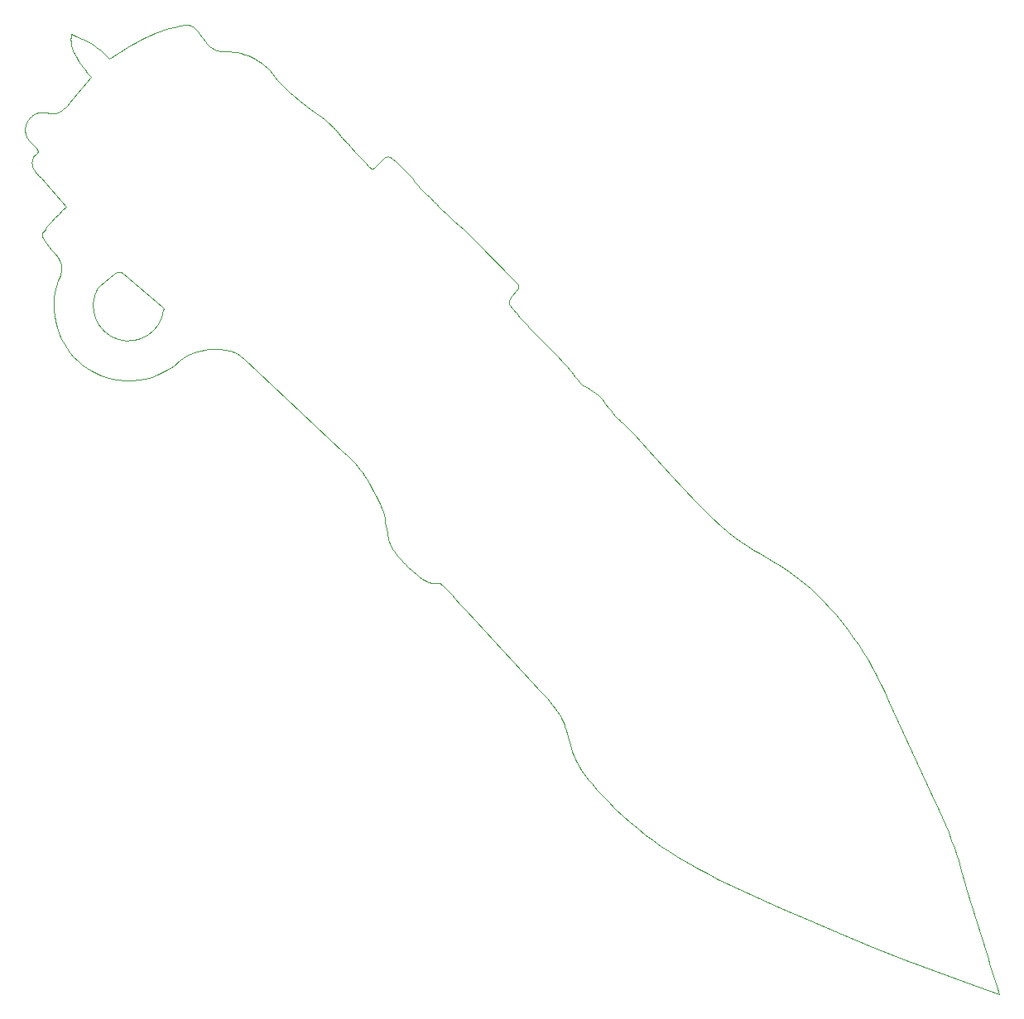
<source format=gm1>
G04 #@! TF.GenerationSoftware,KiCad,Pcbnew,8.0.3-8.0.3-0~ubuntu22.04.1*
G04 #@! TF.CreationDate,2024-06-25T02:06:25+02:00*
G04 #@! TF.ProjectId,ctfl-rakete-tht,6374666c-2d72-4616-9b65-74652d746874,Rev.B*
G04 #@! TF.SameCoordinates,Original*
G04 #@! TF.FileFunction,Profile,NP*
%FSLAX46Y46*%
G04 Gerber Fmt 4.6, Leading zero omitted, Abs format (unit mm)*
G04 Created by KiCad (PCBNEW 8.0.3-8.0.3-0~ubuntu22.04.1) date 2024-06-25 02:06:25*
%MOMM*%
%LPD*%
G01*
G04 APERTURE LIST*
G04 #@! TA.AperFunction,Profile*
%ADD10C,0.050000*%
G04 #@! TD*
G04 #@! TA.AperFunction,Profile*
%ADD11C,0.122369*%
G04 #@! TD*
G04 APERTURE END LIST*
D10*
X114286981Y-79401341D02*
G75*
G02*
X107582089Y-77181721I-3586981J401341D01*
G01*
X109475000Y-75600000D02*
X109700000Y-75525000D01*
X114275000Y-79250000D02*
X114286982Y-79401341D01*
X107582089Y-77181721D02*
X107775000Y-76950000D01*
X109700000Y-75525000D02*
X109925000Y-75550000D01*
X114175000Y-79100000D02*
X114275000Y-79250000D01*
D11*
X116796922Y-50251697D02*
X116892493Y-50273713D01*
X116985998Y-50305772D01*
X117077574Y-50347233D01*
X117167353Y-50397451D01*
X117255467Y-50455786D01*
X117342049Y-50521595D01*
X117427234Y-50594233D01*
X117593942Y-50757432D01*
X117756655Y-50940243D01*
X117916437Y-51137523D01*
X118547555Y-51968521D01*
X118708655Y-52161035D01*
X118873212Y-52337173D01*
X119042293Y-52491794D01*
X119128861Y-52559429D01*
X119216961Y-52619757D01*
X119268746Y-52652381D01*
X119321524Y-52683950D01*
X119375237Y-52714303D01*
X119429820Y-52743277D01*
X119485214Y-52770709D01*
X119541360Y-52796438D01*
X119598194Y-52820301D01*
X119655658Y-52842136D01*
X119713690Y-52861781D01*
X119772227Y-52879073D01*
X119831212Y-52893851D01*
X119890583Y-52905951D01*
X119950277Y-52915213D01*
X120010235Y-52921472D01*
X120070397Y-52924569D01*
X120130700Y-52924339D01*
X120561770Y-52925700D01*
X120982593Y-52950317D01*
X121392902Y-52997840D01*
X121792427Y-53067921D01*
X122180898Y-53160207D01*
X122558049Y-53274351D01*
X122923609Y-53410003D01*
X123277311Y-53566811D01*
X123618883Y-53744427D01*
X123948061Y-53942500D01*
X124264574Y-54160681D01*
X124568153Y-54398621D01*
X124858530Y-54655967D01*
X125135435Y-54932373D01*
X125398600Y-55227487D01*
X125647757Y-55540959D01*
X125925105Y-55890985D01*
X126218663Y-56225703D01*
X126526710Y-56546764D01*
X126847529Y-56855814D01*
X127179401Y-57154500D01*
X127520606Y-57444471D01*
X128224143Y-58004857D01*
X129667601Y-59093549D01*
X130380021Y-59648217D01*
X130727888Y-59933898D01*
X131067902Y-60227342D01*
X131191313Y-60336478D01*
X131312777Y-60446262D01*
X131432944Y-60557343D01*
X131552462Y-60670369D01*
X131671114Y-60785344D01*
X131787819Y-60902266D01*
X131845239Y-60961659D01*
X131901929Y-61021782D01*
X131957808Y-61082717D01*
X132012794Y-61144544D01*
X132066400Y-61207454D01*
X132118465Y-61271419D01*
X132169395Y-61336192D01*
X132219595Y-61401535D01*
X132319428Y-61532950D01*
X132369871Y-61598537D01*
X132421206Y-61663719D01*
X132439433Y-61687026D01*
X132448647Y-61698579D01*
X132457983Y-61710010D01*
X132467481Y-61721278D01*
X132477181Y-61732345D01*
X132487124Y-61743168D01*
X132497352Y-61753706D01*
X132493888Y-61757170D01*
X132599534Y-61877674D01*
X132708264Y-61995663D01*
X132819264Y-62111869D01*
X132931724Y-62227020D01*
X133157781Y-62457078D01*
X133269754Y-62573445D01*
X133379943Y-62691679D01*
X134078229Y-63467841D01*
X134428344Y-63854948D01*
X134781704Y-64238809D01*
X135043021Y-64511374D01*
X135176925Y-64646683D01*
X135245255Y-64713242D01*
X135314721Y-64778747D01*
X135344282Y-64806700D01*
X135377939Y-64839479D01*
X135414924Y-64874449D01*
X135434421Y-64891931D01*
X135454462Y-64908972D01*
X135474949Y-64925244D01*
X135495786Y-64940414D01*
X135516876Y-64954154D01*
X135538124Y-64966136D01*
X135559433Y-64976028D01*
X135570079Y-64980088D01*
X135580705Y-64983502D01*
X135591299Y-64986229D01*
X135601847Y-64988228D01*
X135612338Y-64989458D01*
X135622760Y-64989877D01*
X135651474Y-64985792D01*
X135683618Y-64974513D01*
X135718992Y-64956535D01*
X135757394Y-64932349D01*
X135842487Y-64867329D01*
X135937293Y-64783399D01*
X136149640Y-64574580D01*
X136381618Y-64337452D01*
X136620410Y-64103567D01*
X136738355Y-63997703D01*
X136853199Y-63904483D01*
X136963336Y-63827854D01*
X137016140Y-63796992D01*
X137067167Y-63771757D01*
X137116217Y-63752642D01*
X137163088Y-63740139D01*
X137207583Y-63734742D01*
X137249499Y-63736944D01*
X137343197Y-63764357D01*
X137458979Y-63821430D01*
X137594190Y-63905456D01*
X137746173Y-64013726D01*
X137912271Y-64143535D01*
X138089827Y-64292173D01*
X138468687Y-64635109D01*
X138861499Y-65020878D01*
X139247011Y-65427819D01*
X139603968Y-65834273D01*
X139765097Y-66030548D01*
X139911117Y-66218581D01*
X140101966Y-66463618D01*
X140293789Y-66694703D01*
X140487883Y-66915080D01*
X140685546Y-67127994D01*
X140888076Y-67336690D01*
X141096773Y-67544412D01*
X141537853Y-67969917D01*
X141958379Y-68355835D01*
X142176432Y-68559826D01*
X142277184Y-68658334D01*
X142368527Y-68752136D01*
X142786764Y-69178579D01*
X143212018Y-69591191D01*
X144075302Y-70392283D01*
X144941830Y-71190130D01*
X145371139Y-71598686D01*
X145795054Y-72019451D01*
X150522972Y-76837357D01*
X150526785Y-76841489D01*
X150530440Y-76846081D01*
X150533940Y-76851104D01*
X150537290Y-76856529D01*
X150540492Y-76862330D01*
X150543552Y-76868478D01*
X150549256Y-76881704D01*
X150554433Y-76895984D01*
X150559113Y-76911097D01*
X150563326Y-76926818D01*
X150567103Y-76942924D01*
X150570475Y-76959192D01*
X150573471Y-76975399D01*
X150578460Y-77006739D01*
X150585274Y-77058871D01*
X150585501Y-77067058D01*
X150584292Y-77076630D01*
X150577899Y-77099533D01*
X150566772Y-77126808D01*
X150551583Y-77157676D01*
X150533007Y-77191364D01*
X150511719Y-77227096D01*
X150463703Y-77301584D01*
X150412929Y-77374938D01*
X150364791Y-77440949D01*
X150324684Y-77493413D01*
X150298001Y-77526125D01*
X149955351Y-77920697D01*
X149878407Y-78012646D01*
X149816148Y-78091698D01*
X149792273Y-78124790D01*
X149774168Y-78152742D01*
X149762532Y-78174913D01*
X149759359Y-78183632D01*
X149758066Y-78190665D01*
X149623944Y-78464095D01*
X149605705Y-78515734D01*
X149597991Y-78542191D01*
X149591429Y-78568956D01*
X149586180Y-78595944D01*
X149582405Y-78623070D01*
X149580266Y-78650246D01*
X149579924Y-78677387D01*
X149581537Y-78704406D01*
X149585269Y-78731216D01*
X149591280Y-78757734D01*
X149599731Y-78783870D01*
X149610783Y-78809541D01*
X149624596Y-78834658D01*
X149641333Y-78859138D01*
X149661154Y-78882892D01*
X149688837Y-78915863D01*
X149718437Y-78953264D01*
X149781966Y-79038319D01*
X149916409Y-79228141D01*
X149981644Y-79320740D01*
X150041767Y-79403686D01*
X150093941Y-79470894D01*
X150116160Y-79496696D01*
X150135327Y-79516281D01*
X150267500Y-79638746D01*
X150362682Y-79734766D01*
X150436123Y-79817806D01*
X150503075Y-79901333D01*
X150578787Y-79998813D01*
X150678511Y-80123711D01*
X150817496Y-80289495D01*
X151010995Y-80509628D01*
X151445369Y-80997646D01*
X151693381Y-81275727D01*
X151838208Y-81433750D01*
X153475323Y-83098556D01*
X153565836Y-83170454D01*
X153672304Y-83264726D01*
X153923920Y-83508323D01*
X154211797Y-83805217D01*
X154517562Y-84131276D01*
X155109257Y-84774345D01*
X155358439Y-85043090D01*
X155552012Y-85244464D01*
X155636971Y-85333826D01*
X155731168Y-85440344D01*
X155941067Y-85693333D01*
X156403452Y-86278482D01*
X156631117Y-86564567D01*
X156839880Y-86815609D01*
X156933295Y-86920788D01*
X157017331Y-87008567D01*
X157090435Y-87076066D01*
X157151057Y-87120405D01*
X157552090Y-87359256D01*
X157895683Y-87575093D01*
X158189215Y-87772242D01*
X158440063Y-87955027D01*
X158655602Y-88127773D01*
X158843211Y-88294807D01*
X159010266Y-88460450D01*
X159164144Y-88629028D01*
X159312222Y-88804868D01*
X159461875Y-88992292D01*
X159795422Y-89419194D01*
X159994068Y-89667322D01*
X160223798Y-89944333D01*
X160491990Y-90254555D01*
X160806020Y-90602308D01*
X160834279Y-90632693D01*
X160860763Y-90660432D01*
X160909097Y-90709064D01*
X160952402Y-90750395D01*
X160992056Y-90786616D01*
X161065930Y-90852486D01*
X161102907Y-90886515D01*
X161141750Y-90924195D01*
X162463162Y-92280598D01*
X163743771Y-93650384D01*
X166247799Y-96400585D01*
X167503830Y-97766235D01*
X168784279Y-99115742D01*
X170105451Y-100441725D01*
X171483653Y-101736802D01*
X171784662Y-102001647D01*
X172088101Y-102254412D01*
X172394044Y-102496233D01*
X172702568Y-102728256D01*
X173327662Y-103167462D01*
X173963991Y-103581157D01*
X174612164Y-103978464D01*
X175272788Y-104368513D01*
X176633828Y-105163332D01*
X177426165Y-105655004D01*
X178199890Y-106180103D01*
X178954481Y-106736930D01*
X179689417Y-107323786D01*
X180404173Y-107938975D01*
X181098228Y-108580796D01*
X181771061Y-109247552D01*
X182422147Y-109937543D01*
X183050967Y-110649072D01*
X183656997Y-111380439D01*
X184239715Y-112129948D01*
X184798599Y-112895898D01*
X185333125Y-113676593D01*
X185842774Y-114470331D01*
X186327022Y-115275418D01*
X186785347Y-116090152D01*
X187004020Y-116500702D01*
X187216690Y-116914335D01*
X187424169Y-117330564D01*
X187627268Y-117748902D01*
X188023568Y-118589959D01*
X188412083Y-119433611D01*
X192814645Y-129014042D01*
X193525264Y-130566908D01*
X193873758Y-131347031D01*
X194213815Y-132130805D01*
X194542515Y-132919121D01*
X194856938Y-133712873D01*
X195154164Y-134512951D01*
X195431273Y-135320248D01*
X195571080Y-135759728D01*
X195705454Y-136200669D01*
X195960818Y-137086284D01*
X196203204Y-137975796D01*
X196438457Y-138867907D01*
X198452840Y-145284863D01*
X198605374Y-145831777D01*
X198767155Y-146354355D01*
X199103534Y-147361545D01*
X199270670Y-147863681D01*
X199432126Y-148376524D01*
X199584172Y-148908837D01*
X199655501Y-149185032D01*
X199723078Y-149469379D01*
X196466005Y-148321074D01*
X193223655Y-147132086D01*
X189996473Y-145902618D01*
X186784908Y-144632874D01*
X183589404Y-143323056D01*
X180410408Y-141973367D01*
X177248365Y-140584010D01*
X174103722Y-139155187D01*
X172017521Y-138175360D01*
X170982126Y-137669832D01*
X169954681Y-137149457D01*
X168937296Y-136610912D01*
X167932077Y-136050870D01*
X166941137Y-135466003D01*
X165966582Y-134852990D01*
X165134699Y-134294969D01*
X164318918Y-133714113D01*
X163519766Y-133110948D01*
X162737771Y-132486002D01*
X161973460Y-131839803D01*
X161227360Y-131172877D01*
X160500000Y-130485752D01*
X159791906Y-129778956D01*
X159198538Y-129162090D01*
X158612957Y-128531433D01*
X158047494Y-127882929D01*
X157776160Y-127550718D01*
X157514479Y-127212524D01*
X157263993Y-126867839D01*
X157026243Y-126516159D01*
X156802770Y-126156975D01*
X156595115Y-125789780D01*
X156404821Y-125414067D01*
X156233426Y-125029330D01*
X156082475Y-124635061D01*
X155953507Y-124230753D01*
X155558502Y-122786159D01*
X155450118Y-122428559D01*
X155330985Y-122075055D01*
X155266311Y-121900259D01*
X155197657Y-121726988D01*
X155124592Y-121555410D01*
X155046685Y-121385694D01*
X154944472Y-121182691D01*
X154835434Y-120983674D01*
X154720049Y-120788408D01*
X154598792Y-120596661D01*
X154472141Y-120408200D01*
X154340572Y-120222790D01*
X154064587Y-119860196D01*
X153774649Y-119507011D01*
X153474571Y-119161370D01*
X152859245Y-118485258D01*
X145220508Y-110209671D01*
X144937437Y-109896693D01*
X144647147Y-109567087D01*
X144049774Y-108884917D01*
X143745127Y-108545820D01*
X143438126Y-108217025D01*
X143129988Y-107905264D01*
X142821932Y-107617272D01*
X142787834Y-107586201D01*
X142752925Y-107555618D01*
X142717042Y-107526009D01*
X142698685Y-107511722D01*
X142680024Y-107497859D01*
X142661038Y-107484485D01*
X142641708Y-107471657D01*
X142622012Y-107459438D01*
X142601931Y-107447888D01*
X142581444Y-107437069D01*
X142560532Y-107427041D01*
X142539175Y-107417864D01*
X142517351Y-107409601D01*
X142486122Y-107400244D01*
X142454741Y-107392824D01*
X142423217Y-107387168D01*
X142391562Y-107383104D01*
X142359785Y-107380459D01*
X142327896Y-107379062D01*
X142295907Y-107378739D01*
X142263826Y-107379319D01*
X142231663Y-107380629D01*
X142199429Y-107382497D01*
X142134791Y-107387215D01*
X142069988Y-107392096D01*
X142005106Y-107395760D01*
X141920310Y-107397694D01*
X141836583Y-107395175D01*
X141753898Y-107388371D01*
X141672227Y-107377454D01*
X141511827Y-107343954D01*
X141355168Y-107296036D01*
X141202038Y-107235056D01*
X141052224Y-107162376D01*
X140905513Y-107079353D01*
X140761691Y-106987346D01*
X140620547Y-106887714D01*
X140481867Y-106781815D01*
X140345438Y-106671007D01*
X140211046Y-106556651D01*
X139689604Y-106090912D01*
X139249303Y-105690630D01*
X139030712Y-105483855D01*
X138815613Y-105272298D01*
X138605848Y-105055693D01*
X138403257Y-104833768D01*
X138209681Y-104606257D01*
X138026959Y-104372889D01*
X137856933Y-104133397D01*
X137701443Y-103887510D01*
X137562328Y-103634963D01*
X137441431Y-103375485D01*
X137340590Y-103108807D01*
X137298266Y-102972684D01*
X137261647Y-102834661D01*
X137230963Y-102694703D01*
X137206442Y-102552778D01*
X137188316Y-102408851D01*
X137176814Y-102262889D01*
X136941455Y-101093022D01*
X136932733Y-100976455D01*
X136919702Y-100860395D01*
X136902594Y-100744863D01*
X136881642Y-100629878D01*
X136857081Y-100515461D01*
X136829144Y-100401632D01*
X136798063Y-100288411D01*
X136764071Y-100175819D01*
X136727403Y-100063876D01*
X136688291Y-99952602D01*
X136603668Y-99732143D01*
X136512069Y-99514604D01*
X136415359Y-99300149D01*
X136062405Y-98560547D01*
X135685926Y-97830680D01*
X135487495Y-97471322D01*
X135281541Y-97116712D01*
X135067514Y-96767617D01*
X134844869Y-96424809D01*
X134613057Y-96089058D01*
X134371532Y-95761135D01*
X134119744Y-95441811D01*
X133857147Y-95131857D01*
X133583193Y-94832043D01*
X133297334Y-94543139D01*
X132999024Y-94265916D01*
X132687714Y-94001145D01*
X122550000Y-84450000D01*
X121800000Y-83875000D01*
X121050000Y-83600000D01*
X120025000Y-83425000D01*
X118850000Y-83425000D01*
X117700000Y-83650000D01*
X116750000Y-84050000D01*
X116000000Y-84525000D01*
X115225000Y-85175000D01*
X114475000Y-85675000D01*
X113650000Y-86075000D01*
X113025000Y-86300000D01*
X112425000Y-86475000D01*
X111700000Y-86600000D01*
X111100000Y-86650000D01*
X110350000Y-86650000D01*
X109600000Y-86575000D01*
X108950000Y-86450000D01*
X108400000Y-86300000D01*
X107869189Y-86122330D01*
X107350000Y-85900000D01*
X106875000Y-85650000D01*
X106425000Y-85350000D01*
X105975000Y-85025000D01*
X105525000Y-84650000D01*
X105125000Y-84250000D01*
X104700000Y-83775000D01*
X104400000Y-83375000D01*
X104125000Y-82900000D01*
X103850000Y-82400000D01*
X103575000Y-81775000D01*
X103375000Y-81200000D01*
X103200000Y-80575000D01*
X103100000Y-80050000D01*
X103050000Y-79450000D01*
X103025000Y-78825000D01*
X103075000Y-78200000D01*
X103175000Y-77575000D01*
X103300000Y-77000000D01*
X103500000Y-76425000D01*
X103700000Y-75900000D01*
X103825000Y-75325000D01*
X103800000Y-74800000D01*
X103675000Y-74400000D01*
X103478722Y-74030801D01*
X103131818Y-73650518D01*
X102813676Y-73286109D01*
X102530061Y-72943348D01*
X102286738Y-72628012D01*
X102089471Y-72345874D01*
X101944024Y-72102709D01*
X101856163Y-71904293D01*
X101835628Y-71823670D01*
X101831651Y-71756399D01*
X101896787Y-71609494D01*
X101980874Y-71453685D01*
X102082421Y-71289967D01*
X102199939Y-71119334D01*
X102331937Y-70942778D01*
X102476925Y-70761295D01*
X102799907Y-70387519D01*
X103156958Y-70005955D01*
X103536156Y-69624554D01*
X103925575Y-69251264D01*
X104313289Y-68894037D01*
X101665517Y-65858617D01*
X101552287Y-65739735D01*
X101439786Y-65618826D01*
X101330043Y-65495157D01*
X101276841Y-65432060D01*
X101225087Y-65368001D01*
X101175038Y-65302887D01*
X101126945Y-65236627D01*
X101081063Y-65169129D01*
X101037645Y-65100303D01*
X100996944Y-65030058D01*
X100959215Y-64958302D01*
X100924710Y-64884943D01*
X100893683Y-64809893D01*
X100867383Y-64732139D01*
X100845694Y-64652363D01*
X100828758Y-64571056D01*
X100816726Y-64488709D01*
X100809744Y-64405815D01*
X100807959Y-64322865D01*
X100811517Y-64240351D01*
X100820566Y-64158765D01*
X100835254Y-64078599D01*
X100855725Y-64000344D01*
X100882129Y-63924492D01*
X100897602Y-63887621D01*
X100914612Y-63851535D01*
X100933180Y-63816296D01*
X100953321Y-63781964D01*
X100975057Y-63748604D01*
X100998402Y-63716273D01*
X101023380Y-63685036D01*
X101050005Y-63654952D01*
X101078296Y-63626084D01*
X101108273Y-63598493D01*
X101133525Y-63576569D01*
X101159724Y-63554843D01*
X101213567Y-63511478D01*
X101267005Y-63467382D01*
X101292697Y-63444743D01*
X101317240Y-63421541D01*
X101340280Y-63397651D01*
X101361471Y-63372943D01*
X101380461Y-63347294D01*
X101389021Y-63334075D01*
X101396900Y-63320574D01*
X101404055Y-63306773D01*
X101410440Y-63292658D01*
X101416013Y-63278211D01*
X101420730Y-63263418D01*
X101424546Y-63248262D01*
X101427420Y-63232728D01*
X101429306Y-63216799D01*
X101430160Y-63200462D01*
X101430194Y-63189176D01*
X101429660Y-63178029D01*
X101428581Y-63167021D01*
X101426976Y-63156149D01*
X101422273Y-63134807D01*
X101415720Y-63113987D01*
X101407484Y-63093674D01*
X101397732Y-63073852D01*
X101386631Y-63054508D01*
X101374349Y-63035625D01*
X101361053Y-63017187D01*
X101346910Y-62999181D01*
X101332088Y-62981591D01*
X101316753Y-62964400D01*
X101285218Y-62931162D01*
X101253641Y-62899342D01*
X101085560Y-62733302D01*
X100918776Y-62563936D01*
X100757184Y-62389865D01*
X100679552Y-62300634D01*
X100604678Y-62209710D01*
X100533048Y-62116920D01*
X100465151Y-62022092D01*
X100401471Y-61925053D01*
X100342497Y-61825632D01*
X100288713Y-61723655D01*
X100240610Y-61618950D01*
X100198670Y-61511346D01*
X100163383Y-61400668D01*
X100139483Y-61304865D01*
X100122180Y-61208405D01*
X100111299Y-61111530D01*
X100106659Y-61014474D01*
X100108086Y-60917477D01*
X100115402Y-60820777D01*
X100128431Y-60724609D01*
X100146996Y-60629213D01*
X100170920Y-60534825D01*
X100200026Y-60441685D01*
X100234137Y-60350029D01*
X100273077Y-60260095D01*
X100316669Y-60172120D01*
X100364736Y-60086342D01*
X100417101Y-60003000D01*
X100473587Y-59922330D01*
X100534017Y-59844570D01*
X100598215Y-59769957D01*
X100666005Y-59698731D01*
X100737208Y-59631127D01*
X100811648Y-59567385D01*
X100889149Y-59507740D01*
X100969533Y-59452433D01*
X101052625Y-59401699D01*
X101138246Y-59355776D01*
X101226220Y-59314902D01*
X101316371Y-59279315D01*
X101408521Y-59249253D01*
X101502493Y-59224952D01*
X101598112Y-59206651D01*
X101695200Y-59194588D01*
X101793579Y-59189000D01*
X101887677Y-59189441D01*
X101981759Y-59194157D01*
X102075810Y-59202392D01*
X102169816Y-59213390D01*
X102357631Y-59240653D01*
X102545080Y-59269904D01*
X102638630Y-59283386D01*
X102732042Y-59295099D01*
X102825303Y-59304286D01*
X102918397Y-59310194D01*
X103011307Y-59312065D01*
X103104020Y-59309146D01*
X103196520Y-59300680D01*
X103242686Y-59294131D01*
X103288793Y-59285912D01*
X103389649Y-59261180D01*
X103487240Y-59228885D01*
X103581708Y-59189571D01*
X103673196Y-59143789D01*
X103761844Y-59092085D01*
X103847794Y-59035006D01*
X103931189Y-58973102D01*
X104012171Y-58906918D01*
X104090882Y-58837002D01*
X104167463Y-58763903D01*
X104242056Y-58688167D01*
X104314804Y-58610342D01*
X104455332Y-58450615D01*
X104590181Y-58289104D01*
X106822616Y-55592877D01*
X106749496Y-55512158D01*
X106682690Y-55433360D01*
X106621287Y-55356215D01*
X106564382Y-55280456D01*
X106460433Y-55132011D01*
X106363582Y-54985879D01*
X106266569Y-54839910D01*
X106162132Y-54691953D01*
X106104862Y-54616557D01*
X106043014Y-54539859D01*
X105975680Y-54461589D01*
X105901952Y-54381478D01*
X105850172Y-54323802D01*
X105798733Y-54260290D01*
X105747730Y-54191679D01*
X105697258Y-54118701D01*
X105647416Y-54042094D01*
X105598298Y-53962592D01*
X105502622Y-53797843D01*
X105411004Y-53630336D01*
X105324212Y-53465952D01*
X105168189Y-53170079D01*
X105102705Y-53044790D01*
X105043757Y-52920560D01*
X104991227Y-52797151D01*
X104944999Y-52674325D01*
X104904957Y-52551844D01*
X104870984Y-52429470D01*
X104842963Y-52306963D01*
X104820777Y-52184087D01*
X104804311Y-52060602D01*
X104793446Y-51936270D01*
X104788068Y-51810854D01*
X104788058Y-51684114D01*
X104793302Y-51555813D01*
X104803681Y-51425712D01*
X104819080Y-51293573D01*
X104839382Y-51159157D01*
X105379137Y-51393115D01*
X105908712Y-51643337D01*
X106168731Y-51775778D01*
X106425064Y-51913759D01*
X106677331Y-52057774D01*
X106925152Y-52208314D01*
X107168146Y-52365871D01*
X107405933Y-52530937D01*
X107638132Y-52704003D01*
X107864365Y-52885562D01*
X108084249Y-53076105D01*
X108297406Y-53276123D01*
X108503454Y-53486110D01*
X108702015Y-53706555D01*
X109654038Y-53089803D01*
X110581360Y-52520953D01*
X111040613Y-52255263D01*
X111499515Y-52002478D01*
X111960010Y-51762905D01*
X112424038Y-51536853D01*
X112893542Y-51324633D01*
X113370465Y-51126553D01*
X113856745Y-50942923D01*
X114354327Y-50774051D01*
X114865151Y-50620247D01*
X115391161Y-50481821D01*
X115934297Y-50359082D01*
X116496502Y-50252338D01*
X116599060Y-50240367D01*
X116699156Y-50240367D01*
X116796922Y-50251697D01*
D10*
X107775000Y-76950000D02*
X109250000Y-75725000D01*
X110075000Y-75625000D02*
X114175000Y-79100000D01*
X109250000Y-75725000D02*
X109475000Y-75600000D01*
X109925000Y-75550000D02*
X110075000Y-75625000D01*
M02*

</source>
